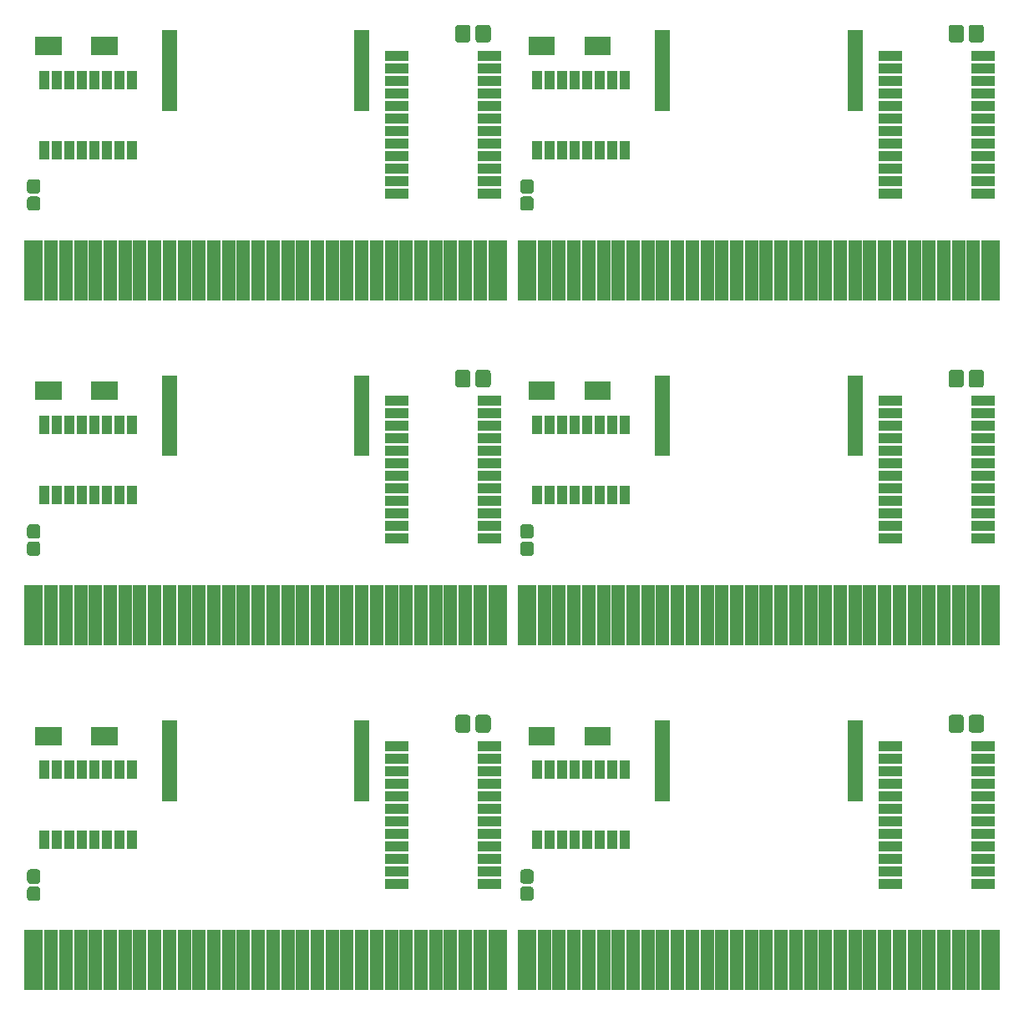
<source format=gts>
G04 #@! TF.GenerationSoftware,KiCad,Pcbnew,(5.0.0)*
G04 #@! TF.CreationDate,2018-11-07T01:06:06+09:00*
G04 #@! TF.ProjectId,mbc1cartridge_test,6D6263316361727472696467655F7465,rev?*
G04 #@! TF.SameCoordinates,Original*
G04 #@! TF.FileFunction,Soldermask,Top*
G04 #@! TF.FilePolarity,Negative*
%FSLAX46Y46*%
G04 Gerber Fmt 4.6, Leading zero omitted, Abs format (unit mm)*
G04 Created by KiCad (PCBNEW (5.0.0)) date 11/07/18 01:06:06*
%MOMM*%
%LPD*%
G01*
G04 APERTURE LIST*
%ADD10R,2.400000X1.000000*%
%ADD11R,1.500000X0.650000*%
%ADD12R,1.000000X1.900000*%
%ADD13C,0.100000*%
%ADD14C,1.350000*%
%ADD15R,1.400000X1.900000*%
%ADD16R,1.900000X6.200000*%
%ADD17R,1.400000X6.200000*%
%ADD18C,1.550000*%
G04 APERTURE END LIST*
D10*
G04 #@! TO.C,U2*
X157700000Y-54015000D03*
X157700000Y-55285000D03*
X157700000Y-56555000D03*
X157700000Y-57825000D03*
X157700000Y-59095000D03*
X157700000Y-60365000D03*
X157700000Y-61635000D03*
X157700000Y-62905000D03*
X157700000Y-64175000D03*
X157700000Y-65445000D03*
X157700000Y-66715000D03*
X157700000Y-67985000D03*
X148300000Y-67985000D03*
X148300000Y-66715000D03*
X148300000Y-65445000D03*
X148300000Y-64175000D03*
X148300000Y-62905000D03*
X148300000Y-61635000D03*
X148300000Y-60365000D03*
X148300000Y-59095000D03*
X148300000Y-57825000D03*
X148300000Y-56555000D03*
X148300000Y-55285000D03*
X148300000Y-54015000D03*
G04 #@! TD*
D11*
G04 #@! TO.C,U1*
X144750000Y-51750000D03*
X144750000Y-52250000D03*
X144750000Y-52750000D03*
X144750000Y-53250000D03*
X144750000Y-53750000D03*
X144750000Y-54250000D03*
X144750000Y-54750000D03*
X144750000Y-55250000D03*
X144750000Y-55750000D03*
X144750000Y-56250000D03*
X144750000Y-56750000D03*
X144750000Y-57250000D03*
X144750000Y-57750000D03*
X144750000Y-58250000D03*
X144750000Y-58750000D03*
X125250000Y-59250000D03*
X125250000Y-58750000D03*
X125250000Y-58250000D03*
X125250000Y-57750000D03*
X125250000Y-57250000D03*
X125250000Y-56750000D03*
X125250000Y-56250000D03*
X125250000Y-55750000D03*
X125250000Y-55250000D03*
X125250000Y-54750000D03*
X125250000Y-54250000D03*
X125250000Y-53750000D03*
X125250000Y-53250000D03*
X125250000Y-52750000D03*
X125250000Y-52250000D03*
X144750000Y-59250000D03*
X125250000Y-51750000D03*
G04 #@! TD*
D12*
G04 #@! TO.C,SW1*
X112555000Y-56450000D03*
X113825000Y-56450000D03*
X115095000Y-56450000D03*
X116365000Y-56450000D03*
X117635000Y-56450000D03*
X118905000Y-56450000D03*
X120175000Y-56450000D03*
X121445000Y-56450000D03*
X121445000Y-63550000D03*
X120175000Y-63550000D03*
X118905000Y-63550000D03*
X117635000Y-63550000D03*
X116365000Y-63550000D03*
X115095000Y-63550000D03*
X113825000Y-63550000D03*
X112555000Y-63550000D03*
G04 #@! TD*
D13*
G04 #@! TO.C,R1*
G36*
X111870581Y-68276625D02*
X111903343Y-68281485D01*
X111935471Y-68289533D01*
X111966656Y-68300691D01*
X111996596Y-68314852D01*
X112025005Y-68331879D01*
X112051608Y-68351609D01*
X112076149Y-68373851D01*
X112098391Y-68398392D01*
X112118121Y-68424995D01*
X112135148Y-68453404D01*
X112149309Y-68483344D01*
X112160467Y-68514529D01*
X112168515Y-68546657D01*
X112173375Y-68579419D01*
X112175000Y-68612500D01*
X112175000Y-69387500D01*
X112173375Y-69420581D01*
X112168515Y-69453343D01*
X112160467Y-69485471D01*
X112149309Y-69516656D01*
X112135148Y-69546596D01*
X112118121Y-69575005D01*
X112098391Y-69601608D01*
X112076149Y-69626149D01*
X112051608Y-69648391D01*
X112025005Y-69668121D01*
X111996596Y-69685148D01*
X111966656Y-69699309D01*
X111935471Y-69710467D01*
X111903343Y-69718515D01*
X111870581Y-69723375D01*
X111837500Y-69725000D01*
X111162500Y-69725000D01*
X111129419Y-69723375D01*
X111096657Y-69718515D01*
X111064529Y-69710467D01*
X111033344Y-69699309D01*
X111003404Y-69685148D01*
X110974995Y-69668121D01*
X110948392Y-69648391D01*
X110923851Y-69626149D01*
X110901609Y-69601608D01*
X110881879Y-69575005D01*
X110864852Y-69546596D01*
X110850691Y-69516656D01*
X110839533Y-69485471D01*
X110831485Y-69453343D01*
X110826625Y-69420581D01*
X110825000Y-69387500D01*
X110825000Y-68612500D01*
X110826625Y-68579419D01*
X110831485Y-68546657D01*
X110839533Y-68514529D01*
X110850691Y-68483344D01*
X110864852Y-68453404D01*
X110881879Y-68424995D01*
X110901609Y-68398392D01*
X110923851Y-68373851D01*
X110948392Y-68351609D01*
X110974995Y-68331879D01*
X111003404Y-68314852D01*
X111033344Y-68300691D01*
X111064529Y-68289533D01*
X111096657Y-68281485D01*
X111129419Y-68276625D01*
X111162500Y-68275000D01*
X111837500Y-68275000D01*
X111870581Y-68276625D01*
X111870581Y-68276625D01*
G37*
D14*
X111500000Y-69000000D03*
D13*
G36*
X111870581Y-66526625D02*
X111903343Y-66531485D01*
X111935471Y-66539533D01*
X111966656Y-66550691D01*
X111996596Y-66564852D01*
X112025005Y-66581879D01*
X112051608Y-66601609D01*
X112076149Y-66623851D01*
X112098391Y-66648392D01*
X112118121Y-66674995D01*
X112135148Y-66703404D01*
X112149309Y-66733344D01*
X112160467Y-66764529D01*
X112168515Y-66796657D01*
X112173375Y-66829419D01*
X112175000Y-66862500D01*
X112175000Y-67637500D01*
X112173375Y-67670581D01*
X112168515Y-67703343D01*
X112160467Y-67735471D01*
X112149309Y-67766656D01*
X112135148Y-67796596D01*
X112118121Y-67825005D01*
X112098391Y-67851608D01*
X112076149Y-67876149D01*
X112051608Y-67898391D01*
X112025005Y-67918121D01*
X111996596Y-67935148D01*
X111966656Y-67949309D01*
X111935471Y-67960467D01*
X111903343Y-67968515D01*
X111870581Y-67973375D01*
X111837500Y-67975000D01*
X111162500Y-67975000D01*
X111129419Y-67973375D01*
X111096657Y-67968515D01*
X111064529Y-67960467D01*
X111033344Y-67949309D01*
X111003404Y-67935148D01*
X110974995Y-67918121D01*
X110948392Y-67898391D01*
X110923851Y-67876149D01*
X110901609Y-67851608D01*
X110881879Y-67825005D01*
X110864852Y-67796596D01*
X110850691Y-67766656D01*
X110839533Y-67735471D01*
X110831485Y-67703343D01*
X110826625Y-67670581D01*
X110825000Y-67637500D01*
X110825000Y-66862500D01*
X110826625Y-66829419D01*
X110831485Y-66796657D01*
X110839533Y-66764529D01*
X110850691Y-66733344D01*
X110864852Y-66703404D01*
X110881879Y-66674995D01*
X110901609Y-66648392D01*
X110923851Y-66623851D01*
X110948392Y-66601609D01*
X110974995Y-66581879D01*
X111003404Y-66564852D01*
X111033344Y-66550691D01*
X111064529Y-66539533D01*
X111096657Y-66531485D01*
X111129419Y-66526625D01*
X111162500Y-66525000D01*
X111837500Y-66525000D01*
X111870581Y-66526625D01*
X111870581Y-66526625D01*
G37*
D14*
X111500000Y-67250000D03*
G04 #@! TD*
D15*
G04 #@! TO.C,JP1*
X112350000Y-53000000D03*
X113650000Y-53000000D03*
G04 #@! TD*
D16*
G04 #@! TO.C,J1*
X158500000Y-75750000D03*
D17*
X156750000Y-75750000D03*
X155250000Y-75750000D03*
X153750000Y-75750000D03*
X152250000Y-75750000D03*
X150750000Y-75750000D03*
X149250000Y-75750000D03*
X147750000Y-75750000D03*
X146250000Y-75750000D03*
X144750000Y-75750000D03*
X143250000Y-75750000D03*
X141750000Y-75750000D03*
X140250000Y-75750000D03*
X138750000Y-75750000D03*
X137250000Y-75750000D03*
X135750000Y-75750000D03*
X134250000Y-75750000D03*
X132750000Y-75750000D03*
X131250000Y-75750000D03*
X129750000Y-75750000D03*
X128250000Y-75750000D03*
X126750000Y-75750000D03*
X125250000Y-75750000D03*
X123750000Y-75750000D03*
X122250000Y-75750000D03*
X120750000Y-75750000D03*
X119250000Y-75750000D03*
X117750000Y-75750000D03*
X116250000Y-75750000D03*
X114750000Y-75750000D03*
X113250000Y-75750000D03*
D16*
X111500000Y-75750000D03*
G04 #@! TD*
D13*
G04 #@! TO.C,C1*
G36*
X155471071Y-50851623D02*
X155503781Y-50856475D01*
X155535857Y-50864509D01*
X155566991Y-50875649D01*
X155596884Y-50889787D01*
X155625247Y-50906787D01*
X155651807Y-50926485D01*
X155676308Y-50948692D01*
X155698515Y-50973193D01*
X155718213Y-50999753D01*
X155735213Y-51028116D01*
X155749351Y-51058009D01*
X155760491Y-51089143D01*
X155768525Y-51121219D01*
X155773377Y-51153929D01*
X155775000Y-51186956D01*
X155775000Y-52313044D01*
X155773377Y-52346071D01*
X155768525Y-52378781D01*
X155760491Y-52410857D01*
X155749351Y-52441991D01*
X155735213Y-52471884D01*
X155718213Y-52500247D01*
X155698515Y-52526807D01*
X155676308Y-52551308D01*
X155651807Y-52573515D01*
X155625247Y-52593213D01*
X155596884Y-52610213D01*
X155566991Y-52624351D01*
X155535857Y-52635491D01*
X155503781Y-52643525D01*
X155471071Y-52648377D01*
X155438044Y-52650000D01*
X154561956Y-52650000D01*
X154528929Y-52648377D01*
X154496219Y-52643525D01*
X154464143Y-52635491D01*
X154433009Y-52624351D01*
X154403116Y-52610213D01*
X154374753Y-52593213D01*
X154348193Y-52573515D01*
X154323692Y-52551308D01*
X154301485Y-52526807D01*
X154281787Y-52500247D01*
X154264787Y-52471884D01*
X154250649Y-52441991D01*
X154239509Y-52410857D01*
X154231475Y-52378781D01*
X154226623Y-52346071D01*
X154225000Y-52313044D01*
X154225000Y-51186956D01*
X154226623Y-51153929D01*
X154231475Y-51121219D01*
X154239509Y-51089143D01*
X154250649Y-51058009D01*
X154264787Y-51028116D01*
X154281787Y-50999753D01*
X154301485Y-50973193D01*
X154323692Y-50948692D01*
X154348193Y-50926485D01*
X154374753Y-50906787D01*
X154403116Y-50889787D01*
X154433009Y-50875649D01*
X154464143Y-50864509D01*
X154496219Y-50856475D01*
X154528929Y-50851623D01*
X154561956Y-50850000D01*
X155438044Y-50850000D01*
X155471071Y-50851623D01*
X155471071Y-50851623D01*
G37*
D18*
X155000000Y-51750000D03*
D13*
G36*
X157521071Y-50851623D02*
X157553781Y-50856475D01*
X157585857Y-50864509D01*
X157616991Y-50875649D01*
X157646884Y-50889787D01*
X157675247Y-50906787D01*
X157701807Y-50926485D01*
X157726308Y-50948692D01*
X157748515Y-50973193D01*
X157768213Y-50999753D01*
X157785213Y-51028116D01*
X157799351Y-51058009D01*
X157810491Y-51089143D01*
X157818525Y-51121219D01*
X157823377Y-51153929D01*
X157825000Y-51186956D01*
X157825000Y-52313044D01*
X157823377Y-52346071D01*
X157818525Y-52378781D01*
X157810491Y-52410857D01*
X157799351Y-52441991D01*
X157785213Y-52471884D01*
X157768213Y-52500247D01*
X157748515Y-52526807D01*
X157726308Y-52551308D01*
X157701807Y-52573515D01*
X157675247Y-52593213D01*
X157646884Y-52610213D01*
X157616991Y-52624351D01*
X157585857Y-52635491D01*
X157553781Y-52643525D01*
X157521071Y-52648377D01*
X157488044Y-52650000D01*
X156611956Y-52650000D01*
X156578929Y-52648377D01*
X156546219Y-52643525D01*
X156514143Y-52635491D01*
X156483009Y-52624351D01*
X156453116Y-52610213D01*
X156424753Y-52593213D01*
X156398193Y-52573515D01*
X156373692Y-52551308D01*
X156351485Y-52526807D01*
X156331787Y-52500247D01*
X156314787Y-52471884D01*
X156300649Y-52441991D01*
X156289509Y-52410857D01*
X156281475Y-52378781D01*
X156276623Y-52346071D01*
X156275000Y-52313044D01*
X156275000Y-51186956D01*
X156276623Y-51153929D01*
X156281475Y-51121219D01*
X156289509Y-51089143D01*
X156300649Y-51058009D01*
X156314787Y-51028116D01*
X156331787Y-50999753D01*
X156351485Y-50973193D01*
X156373692Y-50948692D01*
X156398193Y-50926485D01*
X156424753Y-50906787D01*
X156453116Y-50889787D01*
X156483009Y-50875649D01*
X156514143Y-50864509D01*
X156546219Y-50856475D01*
X156578929Y-50851623D01*
X156611956Y-50850000D01*
X157488044Y-50850000D01*
X157521071Y-50851623D01*
X157521071Y-50851623D01*
G37*
D18*
X157050000Y-51750000D03*
G04 #@! TD*
D15*
G04 #@! TO.C,JP2*
X119300000Y-53000000D03*
X118000000Y-53000000D03*
G04 #@! TD*
D10*
G04 #@! TO.C,U2*
X157700000Y-89015000D03*
X157700000Y-90285000D03*
X157700000Y-91555000D03*
X157700000Y-92825000D03*
X157700000Y-94095000D03*
X157700000Y-95365000D03*
X157700000Y-96635000D03*
X157700000Y-97905000D03*
X157700000Y-99175000D03*
X157700000Y-100445000D03*
X157700000Y-101715000D03*
X157700000Y-102985000D03*
X148300000Y-102985000D03*
X148300000Y-101715000D03*
X148300000Y-100445000D03*
X148300000Y-99175000D03*
X148300000Y-97905000D03*
X148300000Y-96635000D03*
X148300000Y-95365000D03*
X148300000Y-94095000D03*
X148300000Y-92825000D03*
X148300000Y-91555000D03*
X148300000Y-90285000D03*
X148300000Y-89015000D03*
G04 #@! TD*
D11*
G04 #@! TO.C,U1*
X144750000Y-86750000D03*
X144750000Y-87250000D03*
X144750000Y-87750000D03*
X144750000Y-88250000D03*
X144750000Y-88750000D03*
X144750000Y-89250000D03*
X144750000Y-89750000D03*
X144750000Y-90250000D03*
X144750000Y-90750000D03*
X144750000Y-91250000D03*
X144750000Y-91750000D03*
X144750000Y-92250000D03*
X144750000Y-92750000D03*
X144750000Y-93250000D03*
X144750000Y-93750000D03*
X125250000Y-94250000D03*
X125250000Y-93750000D03*
X125250000Y-93250000D03*
X125250000Y-92750000D03*
X125250000Y-92250000D03*
X125250000Y-91750000D03*
X125250000Y-91250000D03*
X125250000Y-90750000D03*
X125250000Y-90250000D03*
X125250000Y-89750000D03*
X125250000Y-89250000D03*
X125250000Y-88750000D03*
X125250000Y-88250000D03*
X125250000Y-87750000D03*
X125250000Y-87250000D03*
X144750000Y-94250000D03*
X125250000Y-86750000D03*
G04 #@! TD*
D12*
G04 #@! TO.C,SW1*
X112555000Y-91450000D03*
X113825000Y-91450000D03*
X115095000Y-91450000D03*
X116365000Y-91450000D03*
X117635000Y-91450000D03*
X118905000Y-91450000D03*
X120175000Y-91450000D03*
X121445000Y-91450000D03*
X121445000Y-98550000D03*
X120175000Y-98550000D03*
X118905000Y-98550000D03*
X117635000Y-98550000D03*
X116365000Y-98550000D03*
X115095000Y-98550000D03*
X113825000Y-98550000D03*
X112555000Y-98550000D03*
G04 #@! TD*
D13*
G04 #@! TO.C,R1*
G36*
X111870581Y-103276625D02*
X111903343Y-103281485D01*
X111935471Y-103289533D01*
X111966656Y-103300691D01*
X111996596Y-103314852D01*
X112025005Y-103331879D01*
X112051608Y-103351609D01*
X112076149Y-103373851D01*
X112098391Y-103398392D01*
X112118121Y-103424995D01*
X112135148Y-103453404D01*
X112149309Y-103483344D01*
X112160467Y-103514529D01*
X112168515Y-103546657D01*
X112173375Y-103579419D01*
X112175000Y-103612500D01*
X112175000Y-104387500D01*
X112173375Y-104420581D01*
X112168515Y-104453343D01*
X112160467Y-104485471D01*
X112149309Y-104516656D01*
X112135148Y-104546596D01*
X112118121Y-104575005D01*
X112098391Y-104601608D01*
X112076149Y-104626149D01*
X112051608Y-104648391D01*
X112025005Y-104668121D01*
X111996596Y-104685148D01*
X111966656Y-104699309D01*
X111935471Y-104710467D01*
X111903343Y-104718515D01*
X111870581Y-104723375D01*
X111837500Y-104725000D01*
X111162500Y-104725000D01*
X111129419Y-104723375D01*
X111096657Y-104718515D01*
X111064529Y-104710467D01*
X111033344Y-104699309D01*
X111003404Y-104685148D01*
X110974995Y-104668121D01*
X110948392Y-104648391D01*
X110923851Y-104626149D01*
X110901609Y-104601608D01*
X110881879Y-104575005D01*
X110864852Y-104546596D01*
X110850691Y-104516656D01*
X110839533Y-104485471D01*
X110831485Y-104453343D01*
X110826625Y-104420581D01*
X110825000Y-104387500D01*
X110825000Y-103612500D01*
X110826625Y-103579419D01*
X110831485Y-103546657D01*
X110839533Y-103514529D01*
X110850691Y-103483344D01*
X110864852Y-103453404D01*
X110881879Y-103424995D01*
X110901609Y-103398392D01*
X110923851Y-103373851D01*
X110948392Y-103351609D01*
X110974995Y-103331879D01*
X111003404Y-103314852D01*
X111033344Y-103300691D01*
X111064529Y-103289533D01*
X111096657Y-103281485D01*
X111129419Y-103276625D01*
X111162500Y-103275000D01*
X111837500Y-103275000D01*
X111870581Y-103276625D01*
X111870581Y-103276625D01*
G37*
D14*
X111500000Y-104000000D03*
D13*
G36*
X111870581Y-101526625D02*
X111903343Y-101531485D01*
X111935471Y-101539533D01*
X111966656Y-101550691D01*
X111996596Y-101564852D01*
X112025005Y-101581879D01*
X112051608Y-101601609D01*
X112076149Y-101623851D01*
X112098391Y-101648392D01*
X112118121Y-101674995D01*
X112135148Y-101703404D01*
X112149309Y-101733344D01*
X112160467Y-101764529D01*
X112168515Y-101796657D01*
X112173375Y-101829419D01*
X112175000Y-101862500D01*
X112175000Y-102637500D01*
X112173375Y-102670581D01*
X112168515Y-102703343D01*
X112160467Y-102735471D01*
X112149309Y-102766656D01*
X112135148Y-102796596D01*
X112118121Y-102825005D01*
X112098391Y-102851608D01*
X112076149Y-102876149D01*
X112051608Y-102898391D01*
X112025005Y-102918121D01*
X111996596Y-102935148D01*
X111966656Y-102949309D01*
X111935471Y-102960467D01*
X111903343Y-102968515D01*
X111870581Y-102973375D01*
X111837500Y-102975000D01*
X111162500Y-102975000D01*
X111129419Y-102973375D01*
X111096657Y-102968515D01*
X111064529Y-102960467D01*
X111033344Y-102949309D01*
X111003404Y-102935148D01*
X110974995Y-102918121D01*
X110948392Y-102898391D01*
X110923851Y-102876149D01*
X110901609Y-102851608D01*
X110881879Y-102825005D01*
X110864852Y-102796596D01*
X110850691Y-102766656D01*
X110839533Y-102735471D01*
X110831485Y-102703343D01*
X110826625Y-102670581D01*
X110825000Y-102637500D01*
X110825000Y-101862500D01*
X110826625Y-101829419D01*
X110831485Y-101796657D01*
X110839533Y-101764529D01*
X110850691Y-101733344D01*
X110864852Y-101703404D01*
X110881879Y-101674995D01*
X110901609Y-101648392D01*
X110923851Y-101623851D01*
X110948392Y-101601609D01*
X110974995Y-101581879D01*
X111003404Y-101564852D01*
X111033344Y-101550691D01*
X111064529Y-101539533D01*
X111096657Y-101531485D01*
X111129419Y-101526625D01*
X111162500Y-101525000D01*
X111837500Y-101525000D01*
X111870581Y-101526625D01*
X111870581Y-101526625D01*
G37*
D14*
X111500000Y-102250000D03*
G04 #@! TD*
D15*
G04 #@! TO.C,JP1*
X112350000Y-88000000D03*
X113650000Y-88000000D03*
G04 #@! TD*
D16*
G04 #@! TO.C,J1*
X158500000Y-110750000D03*
D17*
X156750000Y-110750000D03*
X155250000Y-110750000D03*
X153750000Y-110750000D03*
X152250000Y-110750000D03*
X150750000Y-110750000D03*
X149250000Y-110750000D03*
X147750000Y-110750000D03*
X146250000Y-110750000D03*
X144750000Y-110750000D03*
X143250000Y-110750000D03*
X141750000Y-110750000D03*
X140250000Y-110750000D03*
X138750000Y-110750000D03*
X137250000Y-110750000D03*
X135750000Y-110750000D03*
X134250000Y-110750000D03*
X132750000Y-110750000D03*
X131250000Y-110750000D03*
X129750000Y-110750000D03*
X128250000Y-110750000D03*
X126750000Y-110750000D03*
X125250000Y-110750000D03*
X123750000Y-110750000D03*
X122250000Y-110750000D03*
X120750000Y-110750000D03*
X119250000Y-110750000D03*
X117750000Y-110750000D03*
X116250000Y-110750000D03*
X114750000Y-110750000D03*
X113250000Y-110750000D03*
D16*
X111500000Y-110750000D03*
G04 #@! TD*
D13*
G04 #@! TO.C,C1*
G36*
X155471071Y-85851623D02*
X155503781Y-85856475D01*
X155535857Y-85864509D01*
X155566991Y-85875649D01*
X155596884Y-85889787D01*
X155625247Y-85906787D01*
X155651807Y-85926485D01*
X155676308Y-85948692D01*
X155698515Y-85973193D01*
X155718213Y-85999753D01*
X155735213Y-86028116D01*
X155749351Y-86058009D01*
X155760491Y-86089143D01*
X155768525Y-86121219D01*
X155773377Y-86153929D01*
X155775000Y-86186956D01*
X155775000Y-87313044D01*
X155773377Y-87346071D01*
X155768525Y-87378781D01*
X155760491Y-87410857D01*
X155749351Y-87441991D01*
X155735213Y-87471884D01*
X155718213Y-87500247D01*
X155698515Y-87526807D01*
X155676308Y-87551308D01*
X155651807Y-87573515D01*
X155625247Y-87593213D01*
X155596884Y-87610213D01*
X155566991Y-87624351D01*
X155535857Y-87635491D01*
X155503781Y-87643525D01*
X155471071Y-87648377D01*
X155438044Y-87650000D01*
X154561956Y-87650000D01*
X154528929Y-87648377D01*
X154496219Y-87643525D01*
X154464143Y-87635491D01*
X154433009Y-87624351D01*
X154403116Y-87610213D01*
X154374753Y-87593213D01*
X154348193Y-87573515D01*
X154323692Y-87551308D01*
X154301485Y-87526807D01*
X154281787Y-87500247D01*
X154264787Y-87471884D01*
X154250649Y-87441991D01*
X154239509Y-87410857D01*
X154231475Y-87378781D01*
X154226623Y-87346071D01*
X154225000Y-87313044D01*
X154225000Y-86186956D01*
X154226623Y-86153929D01*
X154231475Y-86121219D01*
X154239509Y-86089143D01*
X154250649Y-86058009D01*
X154264787Y-86028116D01*
X154281787Y-85999753D01*
X154301485Y-85973193D01*
X154323692Y-85948692D01*
X154348193Y-85926485D01*
X154374753Y-85906787D01*
X154403116Y-85889787D01*
X154433009Y-85875649D01*
X154464143Y-85864509D01*
X154496219Y-85856475D01*
X154528929Y-85851623D01*
X154561956Y-85850000D01*
X155438044Y-85850000D01*
X155471071Y-85851623D01*
X155471071Y-85851623D01*
G37*
D18*
X155000000Y-86750000D03*
D13*
G36*
X157521071Y-85851623D02*
X157553781Y-85856475D01*
X157585857Y-85864509D01*
X157616991Y-85875649D01*
X157646884Y-85889787D01*
X157675247Y-85906787D01*
X157701807Y-85926485D01*
X157726308Y-85948692D01*
X157748515Y-85973193D01*
X157768213Y-85999753D01*
X157785213Y-86028116D01*
X157799351Y-86058009D01*
X157810491Y-86089143D01*
X157818525Y-86121219D01*
X157823377Y-86153929D01*
X157825000Y-86186956D01*
X157825000Y-87313044D01*
X157823377Y-87346071D01*
X157818525Y-87378781D01*
X157810491Y-87410857D01*
X157799351Y-87441991D01*
X157785213Y-87471884D01*
X157768213Y-87500247D01*
X157748515Y-87526807D01*
X157726308Y-87551308D01*
X157701807Y-87573515D01*
X157675247Y-87593213D01*
X157646884Y-87610213D01*
X157616991Y-87624351D01*
X157585857Y-87635491D01*
X157553781Y-87643525D01*
X157521071Y-87648377D01*
X157488044Y-87650000D01*
X156611956Y-87650000D01*
X156578929Y-87648377D01*
X156546219Y-87643525D01*
X156514143Y-87635491D01*
X156483009Y-87624351D01*
X156453116Y-87610213D01*
X156424753Y-87593213D01*
X156398193Y-87573515D01*
X156373692Y-87551308D01*
X156351485Y-87526807D01*
X156331787Y-87500247D01*
X156314787Y-87471884D01*
X156300649Y-87441991D01*
X156289509Y-87410857D01*
X156281475Y-87378781D01*
X156276623Y-87346071D01*
X156275000Y-87313044D01*
X156275000Y-86186956D01*
X156276623Y-86153929D01*
X156281475Y-86121219D01*
X156289509Y-86089143D01*
X156300649Y-86058009D01*
X156314787Y-86028116D01*
X156331787Y-85999753D01*
X156351485Y-85973193D01*
X156373692Y-85948692D01*
X156398193Y-85926485D01*
X156424753Y-85906787D01*
X156453116Y-85889787D01*
X156483009Y-85875649D01*
X156514143Y-85864509D01*
X156546219Y-85856475D01*
X156578929Y-85851623D01*
X156611956Y-85850000D01*
X157488044Y-85850000D01*
X157521071Y-85851623D01*
X157521071Y-85851623D01*
G37*
D18*
X157050000Y-86750000D03*
G04 #@! TD*
D15*
G04 #@! TO.C,JP2*
X119300000Y-88000000D03*
X118000000Y-88000000D03*
G04 #@! TD*
D10*
G04 #@! TO.C,U2*
X157700000Y-124015000D03*
X157700000Y-125285000D03*
X157700000Y-126555000D03*
X157700000Y-127825000D03*
X157700000Y-129095000D03*
X157700000Y-130365000D03*
X157700000Y-131635000D03*
X157700000Y-132905000D03*
X157700000Y-134175000D03*
X157700000Y-135445000D03*
X157700000Y-136715000D03*
X157700000Y-137985000D03*
X148300000Y-137985000D03*
X148300000Y-136715000D03*
X148300000Y-135445000D03*
X148300000Y-134175000D03*
X148300000Y-132905000D03*
X148300000Y-131635000D03*
X148300000Y-130365000D03*
X148300000Y-129095000D03*
X148300000Y-127825000D03*
X148300000Y-126555000D03*
X148300000Y-125285000D03*
X148300000Y-124015000D03*
G04 #@! TD*
D11*
G04 #@! TO.C,U1*
X144750000Y-121750000D03*
X144750000Y-122250000D03*
X144750000Y-122750000D03*
X144750000Y-123250000D03*
X144750000Y-123750000D03*
X144750000Y-124250000D03*
X144750000Y-124750000D03*
X144750000Y-125250000D03*
X144750000Y-125750000D03*
X144750000Y-126250000D03*
X144750000Y-126750000D03*
X144750000Y-127250000D03*
X144750000Y-127750000D03*
X144750000Y-128250000D03*
X144750000Y-128750000D03*
X125250000Y-129250000D03*
X125250000Y-128750000D03*
X125250000Y-128250000D03*
X125250000Y-127750000D03*
X125250000Y-127250000D03*
X125250000Y-126750000D03*
X125250000Y-126250000D03*
X125250000Y-125750000D03*
X125250000Y-125250000D03*
X125250000Y-124750000D03*
X125250000Y-124250000D03*
X125250000Y-123750000D03*
X125250000Y-123250000D03*
X125250000Y-122750000D03*
X125250000Y-122250000D03*
X144750000Y-129250000D03*
X125250000Y-121750000D03*
G04 #@! TD*
D12*
G04 #@! TO.C,SW1*
X112555000Y-126450000D03*
X113825000Y-126450000D03*
X115095000Y-126450000D03*
X116365000Y-126450000D03*
X117635000Y-126450000D03*
X118905000Y-126450000D03*
X120175000Y-126450000D03*
X121445000Y-126450000D03*
X121445000Y-133550000D03*
X120175000Y-133550000D03*
X118905000Y-133550000D03*
X117635000Y-133550000D03*
X116365000Y-133550000D03*
X115095000Y-133550000D03*
X113825000Y-133550000D03*
X112555000Y-133550000D03*
G04 #@! TD*
D13*
G04 #@! TO.C,R1*
G36*
X111870581Y-138276625D02*
X111903343Y-138281485D01*
X111935471Y-138289533D01*
X111966656Y-138300691D01*
X111996596Y-138314852D01*
X112025005Y-138331879D01*
X112051608Y-138351609D01*
X112076149Y-138373851D01*
X112098391Y-138398392D01*
X112118121Y-138424995D01*
X112135148Y-138453404D01*
X112149309Y-138483344D01*
X112160467Y-138514529D01*
X112168515Y-138546657D01*
X112173375Y-138579419D01*
X112175000Y-138612500D01*
X112175000Y-139387500D01*
X112173375Y-139420581D01*
X112168515Y-139453343D01*
X112160467Y-139485471D01*
X112149309Y-139516656D01*
X112135148Y-139546596D01*
X112118121Y-139575005D01*
X112098391Y-139601608D01*
X112076149Y-139626149D01*
X112051608Y-139648391D01*
X112025005Y-139668121D01*
X111996596Y-139685148D01*
X111966656Y-139699309D01*
X111935471Y-139710467D01*
X111903343Y-139718515D01*
X111870581Y-139723375D01*
X111837500Y-139725000D01*
X111162500Y-139725000D01*
X111129419Y-139723375D01*
X111096657Y-139718515D01*
X111064529Y-139710467D01*
X111033344Y-139699309D01*
X111003404Y-139685148D01*
X110974995Y-139668121D01*
X110948392Y-139648391D01*
X110923851Y-139626149D01*
X110901609Y-139601608D01*
X110881879Y-139575005D01*
X110864852Y-139546596D01*
X110850691Y-139516656D01*
X110839533Y-139485471D01*
X110831485Y-139453343D01*
X110826625Y-139420581D01*
X110825000Y-139387500D01*
X110825000Y-138612500D01*
X110826625Y-138579419D01*
X110831485Y-138546657D01*
X110839533Y-138514529D01*
X110850691Y-138483344D01*
X110864852Y-138453404D01*
X110881879Y-138424995D01*
X110901609Y-138398392D01*
X110923851Y-138373851D01*
X110948392Y-138351609D01*
X110974995Y-138331879D01*
X111003404Y-138314852D01*
X111033344Y-138300691D01*
X111064529Y-138289533D01*
X111096657Y-138281485D01*
X111129419Y-138276625D01*
X111162500Y-138275000D01*
X111837500Y-138275000D01*
X111870581Y-138276625D01*
X111870581Y-138276625D01*
G37*
D14*
X111500000Y-139000000D03*
D13*
G36*
X111870581Y-136526625D02*
X111903343Y-136531485D01*
X111935471Y-136539533D01*
X111966656Y-136550691D01*
X111996596Y-136564852D01*
X112025005Y-136581879D01*
X112051608Y-136601609D01*
X112076149Y-136623851D01*
X112098391Y-136648392D01*
X112118121Y-136674995D01*
X112135148Y-136703404D01*
X112149309Y-136733344D01*
X112160467Y-136764529D01*
X112168515Y-136796657D01*
X112173375Y-136829419D01*
X112175000Y-136862500D01*
X112175000Y-137637500D01*
X112173375Y-137670581D01*
X112168515Y-137703343D01*
X112160467Y-137735471D01*
X112149309Y-137766656D01*
X112135148Y-137796596D01*
X112118121Y-137825005D01*
X112098391Y-137851608D01*
X112076149Y-137876149D01*
X112051608Y-137898391D01*
X112025005Y-137918121D01*
X111996596Y-137935148D01*
X111966656Y-137949309D01*
X111935471Y-137960467D01*
X111903343Y-137968515D01*
X111870581Y-137973375D01*
X111837500Y-137975000D01*
X111162500Y-137975000D01*
X111129419Y-137973375D01*
X111096657Y-137968515D01*
X111064529Y-137960467D01*
X111033344Y-137949309D01*
X111003404Y-137935148D01*
X110974995Y-137918121D01*
X110948392Y-137898391D01*
X110923851Y-137876149D01*
X110901609Y-137851608D01*
X110881879Y-137825005D01*
X110864852Y-137796596D01*
X110850691Y-137766656D01*
X110839533Y-137735471D01*
X110831485Y-137703343D01*
X110826625Y-137670581D01*
X110825000Y-137637500D01*
X110825000Y-136862500D01*
X110826625Y-136829419D01*
X110831485Y-136796657D01*
X110839533Y-136764529D01*
X110850691Y-136733344D01*
X110864852Y-136703404D01*
X110881879Y-136674995D01*
X110901609Y-136648392D01*
X110923851Y-136623851D01*
X110948392Y-136601609D01*
X110974995Y-136581879D01*
X111003404Y-136564852D01*
X111033344Y-136550691D01*
X111064529Y-136539533D01*
X111096657Y-136531485D01*
X111129419Y-136526625D01*
X111162500Y-136525000D01*
X111837500Y-136525000D01*
X111870581Y-136526625D01*
X111870581Y-136526625D01*
G37*
D14*
X111500000Y-137250000D03*
G04 #@! TD*
D15*
G04 #@! TO.C,JP1*
X112350000Y-123000000D03*
X113650000Y-123000000D03*
G04 #@! TD*
D16*
G04 #@! TO.C,J1*
X158500000Y-145750000D03*
D17*
X156750000Y-145750000D03*
X155250000Y-145750000D03*
X153750000Y-145750000D03*
X152250000Y-145750000D03*
X150750000Y-145750000D03*
X149250000Y-145750000D03*
X147750000Y-145750000D03*
X146250000Y-145750000D03*
X144750000Y-145750000D03*
X143250000Y-145750000D03*
X141750000Y-145750000D03*
X140250000Y-145750000D03*
X138750000Y-145750000D03*
X137250000Y-145750000D03*
X135750000Y-145750000D03*
X134250000Y-145750000D03*
X132750000Y-145750000D03*
X131250000Y-145750000D03*
X129750000Y-145750000D03*
X128250000Y-145750000D03*
X126750000Y-145750000D03*
X125250000Y-145750000D03*
X123750000Y-145750000D03*
X122250000Y-145750000D03*
X120750000Y-145750000D03*
X119250000Y-145750000D03*
X117750000Y-145750000D03*
X116250000Y-145750000D03*
X114750000Y-145750000D03*
X113250000Y-145750000D03*
D16*
X111500000Y-145750000D03*
G04 #@! TD*
D13*
G04 #@! TO.C,C1*
G36*
X155471071Y-120851623D02*
X155503781Y-120856475D01*
X155535857Y-120864509D01*
X155566991Y-120875649D01*
X155596884Y-120889787D01*
X155625247Y-120906787D01*
X155651807Y-120926485D01*
X155676308Y-120948692D01*
X155698515Y-120973193D01*
X155718213Y-120999753D01*
X155735213Y-121028116D01*
X155749351Y-121058009D01*
X155760491Y-121089143D01*
X155768525Y-121121219D01*
X155773377Y-121153929D01*
X155775000Y-121186956D01*
X155775000Y-122313044D01*
X155773377Y-122346071D01*
X155768525Y-122378781D01*
X155760491Y-122410857D01*
X155749351Y-122441991D01*
X155735213Y-122471884D01*
X155718213Y-122500247D01*
X155698515Y-122526807D01*
X155676308Y-122551308D01*
X155651807Y-122573515D01*
X155625247Y-122593213D01*
X155596884Y-122610213D01*
X155566991Y-122624351D01*
X155535857Y-122635491D01*
X155503781Y-122643525D01*
X155471071Y-122648377D01*
X155438044Y-122650000D01*
X154561956Y-122650000D01*
X154528929Y-122648377D01*
X154496219Y-122643525D01*
X154464143Y-122635491D01*
X154433009Y-122624351D01*
X154403116Y-122610213D01*
X154374753Y-122593213D01*
X154348193Y-122573515D01*
X154323692Y-122551308D01*
X154301485Y-122526807D01*
X154281787Y-122500247D01*
X154264787Y-122471884D01*
X154250649Y-122441991D01*
X154239509Y-122410857D01*
X154231475Y-122378781D01*
X154226623Y-122346071D01*
X154225000Y-122313044D01*
X154225000Y-121186956D01*
X154226623Y-121153929D01*
X154231475Y-121121219D01*
X154239509Y-121089143D01*
X154250649Y-121058009D01*
X154264787Y-121028116D01*
X154281787Y-120999753D01*
X154301485Y-120973193D01*
X154323692Y-120948692D01*
X154348193Y-120926485D01*
X154374753Y-120906787D01*
X154403116Y-120889787D01*
X154433009Y-120875649D01*
X154464143Y-120864509D01*
X154496219Y-120856475D01*
X154528929Y-120851623D01*
X154561956Y-120850000D01*
X155438044Y-120850000D01*
X155471071Y-120851623D01*
X155471071Y-120851623D01*
G37*
D18*
X155000000Y-121750000D03*
D13*
G36*
X157521071Y-120851623D02*
X157553781Y-120856475D01*
X157585857Y-120864509D01*
X157616991Y-120875649D01*
X157646884Y-120889787D01*
X157675247Y-120906787D01*
X157701807Y-120926485D01*
X157726308Y-120948692D01*
X157748515Y-120973193D01*
X157768213Y-120999753D01*
X157785213Y-121028116D01*
X157799351Y-121058009D01*
X157810491Y-121089143D01*
X157818525Y-121121219D01*
X157823377Y-121153929D01*
X157825000Y-121186956D01*
X157825000Y-122313044D01*
X157823377Y-122346071D01*
X157818525Y-122378781D01*
X157810491Y-122410857D01*
X157799351Y-122441991D01*
X157785213Y-122471884D01*
X157768213Y-122500247D01*
X157748515Y-122526807D01*
X157726308Y-122551308D01*
X157701807Y-122573515D01*
X157675247Y-122593213D01*
X157646884Y-122610213D01*
X157616991Y-122624351D01*
X157585857Y-122635491D01*
X157553781Y-122643525D01*
X157521071Y-122648377D01*
X157488044Y-122650000D01*
X156611956Y-122650000D01*
X156578929Y-122648377D01*
X156546219Y-122643525D01*
X156514143Y-122635491D01*
X156483009Y-122624351D01*
X156453116Y-122610213D01*
X156424753Y-122593213D01*
X156398193Y-122573515D01*
X156373692Y-122551308D01*
X156351485Y-122526807D01*
X156331787Y-122500247D01*
X156314787Y-122471884D01*
X156300649Y-122441991D01*
X156289509Y-122410857D01*
X156281475Y-122378781D01*
X156276623Y-122346071D01*
X156275000Y-122313044D01*
X156275000Y-121186956D01*
X156276623Y-121153929D01*
X156281475Y-121121219D01*
X156289509Y-121089143D01*
X156300649Y-121058009D01*
X156314787Y-121028116D01*
X156331787Y-120999753D01*
X156351485Y-120973193D01*
X156373692Y-120948692D01*
X156398193Y-120926485D01*
X156424753Y-120906787D01*
X156453116Y-120889787D01*
X156483009Y-120875649D01*
X156514143Y-120864509D01*
X156546219Y-120856475D01*
X156578929Y-120851623D01*
X156611956Y-120850000D01*
X157488044Y-120850000D01*
X157521071Y-120851623D01*
X157521071Y-120851623D01*
G37*
D18*
X157050000Y-121750000D03*
G04 #@! TD*
D15*
G04 #@! TO.C,JP2*
X119300000Y-123000000D03*
X118000000Y-123000000D03*
G04 #@! TD*
D10*
G04 #@! TO.C,U2*
X107700000Y-54015000D03*
X107700000Y-55285000D03*
X107700000Y-56555000D03*
X107700000Y-57825000D03*
X107700000Y-59095000D03*
X107700000Y-60365000D03*
X107700000Y-61635000D03*
X107700000Y-62905000D03*
X107700000Y-64175000D03*
X107700000Y-65445000D03*
X107700000Y-66715000D03*
X107700000Y-67985000D03*
X98300000Y-67985000D03*
X98300000Y-66715000D03*
X98300000Y-65445000D03*
X98300000Y-64175000D03*
X98300000Y-62905000D03*
X98300000Y-61635000D03*
X98300000Y-60365000D03*
X98300000Y-59095000D03*
X98300000Y-57825000D03*
X98300000Y-56555000D03*
X98300000Y-55285000D03*
X98300000Y-54015000D03*
G04 #@! TD*
D11*
G04 #@! TO.C,U1*
X94750000Y-51750000D03*
X94750000Y-52250000D03*
X94750000Y-52750000D03*
X94750000Y-53250000D03*
X94750000Y-53750000D03*
X94750000Y-54250000D03*
X94750000Y-54750000D03*
X94750000Y-55250000D03*
X94750000Y-55750000D03*
X94750000Y-56250000D03*
X94750000Y-56750000D03*
X94750000Y-57250000D03*
X94750000Y-57750000D03*
X94750000Y-58250000D03*
X94750000Y-58750000D03*
X75250000Y-59250000D03*
X75250000Y-58750000D03*
X75250000Y-58250000D03*
X75250000Y-57750000D03*
X75250000Y-57250000D03*
X75250000Y-56750000D03*
X75250000Y-56250000D03*
X75250000Y-55750000D03*
X75250000Y-55250000D03*
X75250000Y-54750000D03*
X75250000Y-54250000D03*
X75250000Y-53750000D03*
X75250000Y-53250000D03*
X75250000Y-52750000D03*
X75250000Y-52250000D03*
X94750000Y-59250000D03*
X75250000Y-51750000D03*
G04 #@! TD*
D12*
G04 #@! TO.C,SW1*
X62555000Y-56450000D03*
X63825000Y-56450000D03*
X65095000Y-56450000D03*
X66365000Y-56450000D03*
X67635000Y-56450000D03*
X68905000Y-56450000D03*
X70175000Y-56450000D03*
X71445000Y-56450000D03*
X71445000Y-63550000D03*
X70175000Y-63550000D03*
X68905000Y-63550000D03*
X67635000Y-63550000D03*
X66365000Y-63550000D03*
X65095000Y-63550000D03*
X63825000Y-63550000D03*
X62555000Y-63550000D03*
G04 #@! TD*
D13*
G04 #@! TO.C,R1*
G36*
X61870581Y-68276625D02*
X61903343Y-68281485D01*
X61935471Y-68289533D01*
X61966656Y-68300691D01*
X61996596Y-68314852D01*
X62025005Y-68331879D01*
X62051608Y-68351609D01*
X62076149Y-68373851D01*
X62098391Y-68398392D01*
X62118121Y-68424995D01*
X62135148Y-68453404D01*
X62149309Y-68483344D01*
X62160467Y-68514529D01*
X62168515Y-68546657D01*
X62173375Y-68579419D01*
X62175000Y-68612500D01*
X62175000Y-69387500D01*
X62173375Y-69420581D01*
X62168515Y-69453343D01*
X62160467Y-69485471D01*
X62149309Y-69516656D01*
X62135148Y-69546596D01*
X62118121Y-69575005D01*
X62098391Y-69601608D01*
X62076149Y-69626149D01*
X62051608Y-69648391D01*
X62025005Y-69668121D01*
X61996596Y-69685148D01*
X61966656Y-69699309D01*
X61935471Y-69710467D01*
X61903343Y-69718515D01*
X61870581Y-69723375D01*
X61837500Y-69725000D01*
X61162500Y-69725000D01*
X61129419Y-69723375D01*
X61096657Y-69718515D01*
X61064529Y-69710467D01*
X61033344Y-69699309D01*
X61003404Y-69685148D01*
X60974995Y-69668121D01*
X60948392Y-69648391D01*
X60923851Y-69626149D01*
X60901609Y-69601608D01*
X60881879Y-69575005D01*
X60864852Y-69546596D01*
X60850691Y-69516656D01*
X60839533Y-69485471D01*
X60831485Y-69453343D01*
X60826625Y-69420581D01*
X60825000Y-69387500D01*
X60825000Y-68612500D01*
X60826625Y-68579419D01*
X60831485Y-68546657D01*
X60839533Y-68514529D01*
X60850691Y-68483344D01*
X60864852Y-68453404D01*
X60881879Y-68424995D01*
X60901609Y-68398392D01*
X60923851Y-68373851D01*
X60948392Y-68351609D01*
X60974995Y-68331879D01*
X61003404Y-68314852D01*
X61033344Y-68300691D01*
X61064529Y-68289533D01*
X61096657Y-68281485D01*
X61129419Y-68276625D01*
X61162500Y-68275000D01*
X61837500Y-68275000D01*
X61870581Y-68276625D01*
X61870581Y-68276625D01*
G37*
D14*
X61500000Y-69000000D03*
D13*
G36*
X61870581Y-66526625D02*
X61903343Y-66531485D01*
X61935471Y-66539533D01*
X61966656Y-66550691D01*
X61996596Y-66564852D01*
X62025005Y-66581879D01*
X62051608Y-66601609D01*
X62076149Y-66623851D01*
X62098391Y-66648392D01*
X62118121Y-66674995D01*
X62135148Y-66703404D01*
X62149309Y-66733344D01*
X62160467Y-66764529D01*
X62168515Y-66796657D01*
X62173375Y-66829419D01*
X62175000Y-66862500D01*
X62175000Y-67637500D01*
X62173375Y-67670581D01*
X62168515Y-67703343D01*
X62160467Y-67735471D01*
X62149309Y-67766656D01*
X62135148Y-67796596D01*
X62118121Y-67825005D01*
X62098391Y-67851608D01*
X62076149Y-67876149D01*
X62051608Y-67898391D01*
X62025005Y-67918121D01*
X61996596Y-67935148D01*
X61966656Y-67949309D01*
X61935471Y-67960467D01*
X61903343Y-67968515D01*
X61870581Y-67973375D01*
X61837500Y-67975000D01*
X61162500Y-67975000D01*
X61129419Y-67973375D01*
X61096657Y-67968515D01*
X61064529Y-67960467D01*
X61033344Y-67949309D01*
X61003404Y-67935148D01*
X60974995Y-67918121D01*
X60948392Y-67898391D01*
X60923851Y-67876149D01*
X60901609Y-67851608D01*
X60881879Y-67825005D01*
X60864852Y-67796596D01*
X60850691Y-67766656D01*
X60839533Y-67735471D01*
X60831485Y-67703343D01*
X60826625Y-67670581D01*
X60825000Y-67637500D01*
X60825000Y-66862500D01*
X60826625Y-66829419D01*
X60831485Y-66796657D01*
X60839533Y-66764529D01*
X60850691Y-66733344D01*
X60864852Y-66703404D01*
X60881879Y-66674995D01*
X60901609Y-66648392D01*
X60923851Y-66623851D01*
X60948392Y-66601609D01*
X60974995Y-66581879D01*
X61003404Y-66564852D01*
X61033344Y-66550691D01*
X61064529Y-66539533D01*
X61096657Y-66531485D01*
X61129419Y-66526625D01*
X61162500Y-66525000D01*
X61837500Y-66525000D01*
X61870581Y-66526625D01*
X61870581Y-66526625D01*
G37*
D14*
X61500000Y-67250000D03*
G04 #@! TD*
D15*
G04 #@! TO.C,JP1*
X62350000Y-53000000D03*
X63650000Y-53000000D03*
G04 #@! TD*
D16*
G04 #@! TO.C,J1*
X108500000Y-75750000D03*
D17*
X106750000Y-75750000D03*
X105250000Y-75750000D03*
X103750000Y-75750000D03*
X102250000Y-75750000D03*
X100750000Y-75750000D03*
X99250000Y-75750000D03*
X97750000Y-75750000D03*
X96250000Y-75750000D03*
X94750000Y-75750000D03*
X93250000Y-75750000D03*
X91750000Y-75750000D03*
X90250000Y-75750000D03*
X88750000Y-75750000D03*
X87250000Y-75750000D03*
X85750000Y-75750000D03*
X84250000Y-75750000D03*
X82750000Y-75750000D03*
X81250000Y-75750000D03*
X79750000Y-75750000D03*
X78250000Y-75750000D03*
X76750000Y-75750000D03*
X75250000Y-75750000D03*
X73750000Y-75750000D03*
X72250000Y-75750000D03*
X70750000Y-75750000D03*
X69250000Y-75750000D03*
X67750000Y-75750000D03*
X66250000Y-75750000D03*
X64750000Y-75750000D03*
X63250000Y-75750000D03*
D16*
X61500000Y-75750000D03*
G04 #@! TD*
D13*
G04 #@! TO.C,C1*
G36*
X105471071Y-50851623D02*
X105503781Y-50856475D01*
X105535857Y-50864509D01*
X105566991Y-50875649D01*
X105596884Y-50889787D01*
X105625247Y-50906787D01*
X105651807Y-50926485D01*
X105676308Y-50948692D01*
X105698515Y-50973193D01*
X105718213Y-50999753D01*
X105735213Y-51028116D01*
X105749351Y-51058009D01*
X105760491Y-51089143D01*
X105768525Y-51121219D01*
X105773377Y-51153929D01*
X105775000Y-51186956D01*
X105775000Y-52313044D01*
X105773377Y-52346071D01*
X105768525Y-52378781D01*
X105760491Y-52410857D01*
X105749351Y-52441991D01*
X105735213Y-52471884D01*
X105718213Y-52500247D01*
X105698515Y-52526807D01*
X105676308Y-52551308D01*
X105651807Y-52573515D01*
X105625247Y-52593213D01*
X105596884Y-52610213D01*
X105566991Y-52624351D01*
X105535857Y-52635491D01*
X105503781Y-52643525D01*
X105471071Y-52648377D01*
X105438044Y-52650000D01*
X104561956Y-52650000D01*
X104528929Y-52648377D01*
X104496219Y-52643525D01*
X104464143Y-52635491D01*
X104433009Y-52624351D01*
X104403116Y-52610213D01*
X104374753Y-52593213D01*
X104348193Y-52573515D01*
X104323692Y-52551308D01*
X104301485Y-52526807D01*
X104281787Y-52500247D01*
X104264787Y-52471884D01*
X104250649Y-52441991D01*
X104239509Y-52410857D01*
X104231475Y-52378781D01*
X104226623Y-52346071D01*
X104225000Y-52313044D01*
X104225000Y-51186956D01*
X104226623Y-51153929D01*
X104231475Y-51121219D01*
X104239509Y-51089143D01*
X104250649Y-51058009D01*
X104264787Y-51028116D01*
X104281787Y-50999753D01*
X104301485Y-50973193D01*
X104323692Y-50948692D01*
X104348193Y-50926485D01*
X104374753Y-50906787D01*
X104403116Y-50889787D01*
X104433009Y-50875649D01*
X104464143Y-50864509D01*
X104496219Y-50856475D01*
X104528929Y-50851623D01*
X104561956Y-50850000D01*
X105438044Y-50850000D01*
X105471071Y-50851623D01*
X105471071Y-50851623D01*
G37*
D18*
X105000000Y-51750000D03*
D13*
G36*
X107521071Y-50851623D02*
X107553781Y-50856475D01*
X107585857Y-50864509D01*
X107616991Y-50875649D01*
X107646884Y-50889787D01*
X107675247Y-50906787D01*
X107701807Y-50926485D01*
X107726308Y-50948692D01*
X107748515Y-50973193D01*
X107768213Y-50999753D01*
X107785213Y-51028116D01*
X107799351Y-51058009D01*
X107810491Y-51089143D01*
X107818525Y-51121219D01*
X107823377Y-51153929D01*
X107825000Y-51186956D01*
X107825000Y-52313044D01*
X107823377Y-52346071D01*
X107818525Y-52378781D01*
X107810491Y-52410857D01*
X107799351Y-52441991D01*
X107785213Y-52471884D01*
X107768213Y-52500247D01*
X107748515Y-52526807D01*
X107726308Y-52551308D01*
X107701807Y-52573515D01*
X107675247Y-52593213D01*
X107646884Y-52610213D01*
X107616991Y-52624351D01*
X107585857Y-52635491D01*
X107553781Y-52643525D01*
X107521071Y-52648377D01*
X107488044Y-52650000D01*
X106611956Y-52650000D01*
X106578929Y-52648377D01*
X106546219Y-52643525D01*
X106514143Y-52635491D01*
X106483009Y-52624351D01*
X106453116Y-52610213D01*
X106424753Y-52593213D01*
X106398193Y-52573515D01*
X106373692Y-52551308D01*
X106351485Y-52526807D01*
X106331787Y-52500247D01*
X106314787Y-52471884D01*
X106300649Y-52441991D01*
X106289509Y-52410857D01*
X106281475Y-52378781D01*
X106276623Y-52346071D01*
X106275000Y-52313044D01*
X106275000Y-51186956D01*
X106276623Y-51153929D01*
X106281475Y-51121219D01*
X106289509Y-51089143D01*
X106300649Y-51058009D01*
X106314787Y-51028116D01*
X106331787Y-50999753D01*
X106351485Y-50973193D01*
X106373692Y-50948692D01*
X106398193Y-50926485D01*
X106424753Y-50906787D01*
X106453116Y-50889787D01*
X106483009Y-50875649D01*
X106514143Y-50864509D01*
X106546219Y-50856475D01*
X106578929Y-50851623D01*
X106611956Y-50850000D01*
X107488044Y-50850000D01*
X107521071Y-50851623D01*
X107521071Y-50851623D01*
G37*
D18*
X107050000Y-51750000D03*
G04 #@! TD*
D15*
G04 #@! TO.C,JP2*
X69300000Y-53000000D03*
X68000000Y-53000000D03*
G04 #@! TD*
D10*
G04 #@! TO.C,U2*
X107700000Y-89015000D03*
X107700000Y-90285000D03*
X107700000Y-91555000D03*
X107700000Y-92825000D03*
X107700000Y-94095000D03*
X107700000Y-95365000D03*
X107700000Y-96635000D03*
X107700000Y-97905000D03*
X107700000Y-99175000D03*
X107700000Y-100445000D03*
X107700000Y-101715000D03*
X107700000Y-102985000D03*
X98300000Y-102985000D03*
X98300000Y-101715000D03*
X98300000Y-100445000D03*
X98300000Y-99175000D03*
X98300000Y-97905000D03*
X98300000Y-96635000D03*
X98300000Y-95365000D03*
X98300000Y-94095000D03*
X98300000Y-92825000D03*
X98300000Y-91555000D03*
X98300000Y-90285000D03*
X98300000Y-89015000D03*
G04 #@! TD*
D11*
G04 #@! TO.C,U1*
X94750000Y-86750000D03*
X94750000Y-87250000D03*
X94750000Y-87750000D03*
X94750000Y-88250000D03*
X94750000Y-88750000D03*
X94750000Y-89250000D03*
X94750000Y-89750000D03*
X94750000Y-90250000D03*
X94750000Y-90750000D03*
X94750000Y-91250000D03*
X94750000Y-91750000D03*
X94750000Y-92250000D03*
X94750000Y-92750000D03*
X94750000Y-93250000D03*
X94750000Y-93750000D03*
X75250000Y-94250000D03*
X75250000Y-93750000D03*
X75250000Y-93250000D03*
X75250000Y-92750000D03*
X75250000Y-92250000D03*
X75250000Y-91750000D03*
X75250000Y-91250000D03*
X75250000Y-90750000D03*
X75250000Y-90250000D03*
X75250000Y-89750000D03*
X75250000Y-89250000D03*
X75250000Y-88750000D03*
X75250000Y-88250000D03*
X75250000Y-87750000D03*
X75250000Y-87250000D03*
X94750000Y-94250000D03*
X75250000Y-86750000D03*
G04 #@! TD*
D12*
G04 #@! TO.C,SW1*
X62555000Y-91450000D03*
X63825000Y-91450000D03*
X65095000Y-91450000D03*
X66365000Y-91450000D03*
X67635000Y-91450000D03*
X68905000Y-91450000D03*
X70175000Y-91450000D03*
X71445000Y-91450000D03*
X71445000Y-98550000D03*
X70175000Y-98550000D03*
X68905000Y-98550000D03*
X67635000Y-98550000D03*
X66365000Y-98550000D03*
X65095000Y-98550000D03*
X63825000Y-98550000D03*
X62555000Y-98550000D03*
G04 #@! TD*
D13*
G04 #@! TO.C,R1*
G36*
X61870581Y-103276625D02*
X61903343Y-103281485D01*
X61935471Y-103289533D01*
X61966656Y-103300691D01*
X61996596Y-103314852D01*
X62025005Y-103331879D01*
X62051608Y-103351609D01*
X62076149Y-103373851D01*
X62098391Y-103398392D01*
X62118121Y-103424995D01*
X62135148Y-103453404D01*
X62149309Y-103483344D01*
X62160467Y-103514529D01*
X62168515Y-103546657D01*
X62173375Y-103579419D01*
X62175000Y-103612500D01*
X62175000Y-104387500D01*
X62173375Y-104420581D01*
X62168515Y-104453343D01*
X62160467Y-104485471D01*
X62149309Y-104516656D01*
X62135148Y-104546596D01*
X62118121Y-104575005D01*
X62098391Y-104601608D01*
X62076149Y-104626149D01*
X62051608Y-104648391D01*
X62025005Y-104668121D01*
X61996596Y-104685148D01*
X61966656Y-104699309D01*
X61935471Y-104710467D01*
X61903343Y-104718515D01*
X61870581Y-104723375D01*
X61837500Y-104725000D01*
X61162500Y-104725000D01*
X61129419Y-104723375D01*
X61096657Y-104718515D01*
X61064529Y-104710467D01*
X61033344Y-104699309D01*
X61003404Y-104685148D01*
X60974995Y-104668121D01*
X60948392Y-104648391D01*
X60923851Y-104626149D01*
X60901609Y-104601608D01*
X60881879Y-104575005D01*
X60864852Y-104546596D01*
X60850691Y-104516656D01*
X60839533Y-104485471D01*
X60831485Y-104453343D01*
X60826625Y-104420581D01*
X60825000Y-104387500D01*
X60825000Y-103612500D01*
X60826625Y-103579419D01*
X60831485Y-103546657D01*
X60839533Y-103514529D01*
X60850691Y-103483344D01*
X60864852Y-103453404D01*
X60881879Y-103424995D01*
X60901609Y-103398392D01*
X60923851Y-103373851D01*
X60948392Y-103351609D01*
X60974995Y-103331879D01*
X61003404Y-103314852D01*
X61033344Y-103300691D01*
X61064529Y-103289533D01*
X61096657Y-103281485D01*
X61129419Y-103276625D01*
X61162500Y-103275000D01*
X61837500Y-103275000D01*
X61870581Y-103276625D01*
X61870581Y-103276625D01*
G37*
D14*
X61500000Y-104000000D03*
D13*
G36*
X61870581Y-101526625D02*
X61903343Y-101531485D01*
X61935471Y-101539533D01*
X61966656Y-101550691D01*
X61996596Y-101564852D01*
X62025005Y-101581879D01*
X62051608Y-101601609D01*
X62076149Y-101623851D01*
X62098391Y-101648392D01*
X62118121Y-101674995D01*
X62135148Y-101703404D01*
X62149309Y-101733344D01*
X62160467Y-101764529D01*
X62168515Y-101796657D01*
X62173375Y-101829419D01*
X62175000Y-101862500D01*
X62175000Y-102637500D01*
X62173375Y-102670581D01*
X62168515Y-102703343D01*
X62160467Y-102735471D01*
X62149309Y-102766656D01*
X62135148Y-102796596D01*
X62118121Y-102825005D01*
X62098391Y-102851608D01*
X62076149Y-102876149D01*
X62051608Y-102898391D01*
X62025005Y-102918121D01*
X61996596Y-102935148D01*
X61966656Y-102949309D01*
X61935471Y-102960467D01*
X61903343Y-102968515D01*
X61870581Y-102973375D01*
X61837500Y-102975000D01*
X61162500Y-102975000D01*
X61129419Y-102973375D01*
X61096657Y-102968515D01*
X61064529Y-102960467D01*
X61033344Y-102949309D01*
X61003404Y-102935148D01*
X60974995Y-102918121D01*
X60948392Y-102898391D01*
X60923851Y-102876149D01*
X60901609Y-102851608D01*
X60881879Y-102825005D01*
X60864852Y-102796596D01*
X60850691Y-102766656D01*
X60839533Y-102735471D01*
X60831485Y-102703343D01*
X60826625Y-102670581D01*
X60825000Y-102637500D01*
X60825000Y-101862500D01*
X60826625Y-101829419D01*
X60831485Y-101796657D01*
X60839533Y-101764529D01*
X60850691Y-101733344D01*
X60864852Y-101703404D01*
X60881879Y-101674995D01*
X60901609Y-101648392D01*
X60923851Y-101623851D01*
X60948392Y-101601609D01*
X60974995Y-101581879D01*
X61003404Y-101564852D01*
X61033344Y-101550691D01*
X61064529Y-101539533D01*
X61096657Y-101531485D01*
X61129419Y-101526625D01*
X61162500Y-101525000D01*
X61837500Y-101525000D01*
X61870581Y-101526625D01*
X61870581Y-101526625D01*
G37*
D14*
X61500000Y-102250000D03*
G04 #@! TD*
D15*
G04 #@! TO.C,JP1*
X62350000Y-88000000D03*
X63650000Y-88000000D03*
G04 #@! TD*
D16*
G04 #@! TO.C,J1*
X108500000Y-110750000D03*
D17*
X106750000Y-110750000D03*
X105250000Y-110750000D03*
X103750000Y-110750000D03*
X102250000Y-110750000D03*
X100750000Y-110750000D03*
X99250000Y-110750000D03*
X97750000Y-110750000D03*
X96250000Y-110750000D03*
X94750000Y-110750000D03*
X93250000Y-110750000D03*
X91750000Y-110750000D03*
X90250000Y-110750000D03*
X88750000Y-110750000D03*
X87250000Y-110750000D03*
X85750000Y-110750000D03*
X84250000Y-110750000D03*
X82750000Y-110750000D03*
X81250000Y-110750000D03*
X79750000Y-110750000D03*
X78250000Y-110750000D03*
X76750000Y-110750000D03*
X75250000Y-110750000D03*
X73750000Y-110750000D03*
X72250000Y-110750000D03*
X70750000Y-110750000D03*
X69250000Y-110750000D03*
X67750000Y-110750000D03*
X66250000Y-110750000D03*
X64750000Y-110750000D03*
X63250000Y-110750000D03*
D16*
X61500000Y-110750000D03*
G04 #@! TD*
D13*
G04 #@! TO.C,C1*
G36*
X105471071Y-85851623D02*
X105503781Y-85856475D01*
X105535857Y-85864509D01*
X105566991Y-85875649D01*
X105596884Y-85889787D01*
X105625247Y-85906787D01*
X105651807Y-85926485D01*
X105676308Y-85948692D01*
X105698515Y-85973193D01*
X105718213Y-85999753D01*
X105735213Y-86028116D01*
X105749351Y-86058009D01*
X105760491Y-86089143D01*
X105768525Y-86121219D01*
X105773377Y-86153929D01*
X105775000Y-86186956D01*
X105775000Y-87313044D01*
X105773377Y-87346071D01*
X105768525Y-87378781D01*
X105760491Y-87410857D01*
X105749351Y-87441991D01*
X105735213Y-87471884D01*
X105718213Y-87500247D01*
X105698515Y-87526807D01*
X105676308Y-87551308D01*
X105651807Y-87573515D01*
X105625247Y-87593213D01*
X105596884Y-87610213D01*
X105566991Y-87624351D01*
X105535857Y-87635491D01*
X105503781Y-87643525D01*
X105471071Y-87648377D01*
X105438044Y-87650000D01*
X104561956Y-87650000D01*
X104528929Y-87648377D01*
X104496219Y-87643525D01*
X104464143Y-87635491D01*
X104433009Y-87624351D01*
X104403116Y-87610213D01*
X104374753Y-87593213D01*
X104348193Y-87573515D01*
X104323692Y-87551308D01*
X104301485Y-87526807D01*
X104281787Y-87500247D01*
X104264787Y-87471884D01*
X104250649Y-87441991D01*
X104239509Y-87410857D01*
X104231475Y-87378781D01*
X104226623Y-87346071D01*
X104225000Y-87313044D01*
X104225000Y-86186956D01*
X104226623Y-86153929D01*
X104231475Y-86121219D01*
X104239509Y-86089143D01*
X104250649Y-86058009D01*
X104264787Y-86028116D01*
X104281787Y-85999753D01*
X104301485Y-85973193D01*
X104323692Y-85948692D01*
X104348193Y-85926485D01*
X104374753Y-85906787D01*
X104403116Y-85889787D01*
X104433009Y-85875649D01*
X104464143Y-85864509D01*
X104496219Y-85856475D01*
X104528929Y-85851623D01*
X104561956Y-85850000D01*
X105438044Y-85850000D01*
X105471071Y-85851623D01*
X105471071Y-85851623D01*
G37*
D18*
X105000000Y-86750000D03*
D13*
G36*
X107521071Y-85851623D02*
X107553781Y-85856475D01*
X107585857Y-85864509D01*
X107616991Y-85875649D01*
X107646884Y-85889787D01*
X107675247Y-85906787D01*
X107701807Y-85926485D01*
X107726308Y-85948692D01*
X107748515Y-85973193D01*
X107768213Y-85999753D01*
X107785213Y-86028116D01*
X107799351Y-86058009D01*
X107810491Y-86089143D01*
X107818525Y-86121219D01*
X107823377Y-86153929D01*
X107825000Y-86186956D01*
X107825000Y-87313044D01*
X107823377Y-87346071D01*
X107818525Y-87378781D01*
X107810491Y-87410857D01*
X107799351Y-87441991D01*
X107785213Y-87471884D01*
X107768213Y-87500247D01*
X107748515Y-87526807D01*
X107726308Y-87551308D01*
X107701807Y-87573515D01*
X107675247Y-87593213D01*
X107646884Y-87610213D01*
X107616991Y-87624351D01*
X107585857Y-87635491D01*
X107553781Y-87643525D01*
X107521071Y-87648377D01*
X107488044Y-87650000D01*
X106611956Y-87650000D01*
X106578929Y-87648377D01*
X106546219Y-87643525D01*
X106514143Y-87635491D01*
X106483009Y-87624351D01*
X106453116Y-87610213D01*
X106424753Y-87593213D01*
X106398193Y-87573515D01*
X106373692Y-87551308D01*
X106351485Y-87526807D01*
X106331787Y-87500247D01*
X106314787Y-87471884D01*
X106300649Y-87441991D01*
X106289509Y-87410857D01*
X106281475Y-87378781D01*
X106276623Y-87346071D01*
X106275000Y-87313044D01*
X106275000Y-86186956D01*
X106276623Y-86153929D01*
X106281475Y-86121219D01*
X106289509Y-86089143D01*
X106300649Y-86058009D01*
X106314787Y-86028116D01*
X106331787Y-85999753D01*
X106351485Y-85973193D01*
X106373692Y-85948692D01*
X106398193Y-85926485D01*
X106424753Y-85906787D01*
X106453116Y-85889787D01*
X106483009Y-85875649D01*
X106514143Y-85864509D01*
X106546219Y-85856475D01*
X106578929Y-85851623D01*
X106611956Y-85850000D01*
X107488044Y-85850000D01*
X107521071Y-85851623D01*
X107521071Y-85851623D01*
G37*
D18*
X107050000Y-86750000D03*
G04 #@! TD*
D15*
G04 #@! TO.C,JP2*
X69300000Y-88000000D03*
X68000000Y-88000000D03*
G04 #@! TD*
G04 #@! TO.C,JP2*
X68000000Y-123000000D03*
X69300000Y-123000000D03*
G04 #@! TD*
D13*
G04 #@! TO.C,C1*
G36*
X107521071Y-120851623D02*
X107553781Y-120856475D01*
X107585857Y-120864509D01*
X107616991Y-120875649D01*
X107646884Y-120889787D01*
X107675247Y-120906787D01*
X107701807Y-120926485D01*
X107726308Y-120948692D01*
X107748515Y-120973193D01*
X107768213Y-120999753D01*
X107785213Y-121028116D01*
X107799351Y-121058009D01*
X107810491Y-121089143D01*
X107818525Y-121121219D01*
X107823377Y-121153929D01*
X107825000Y-121186956D01*
X107825000Y-122313044D01*
X107823377Y-122346071D01*
X107818525Y-122378781D01*
X107810491Y-122410857D01*
X107799351Y-122441991D01*
X107785213Y-122471884D01*
X107768213Y-122500247D01*
X107748515Y-122526807D01*
X107726308Y-122551308D01*
X107701807Y-122573515D01*
X107675247Y-122593213D01*
X107646884Y-122610213D01*
X107616991Y-122624351D01*
X107585857Y-122635491D01*
X107553781Y-122643525D01*
X107521071Y-122648377D01*
X107488044Y-122650000D01*
X106611956Y-122650000D01*
X106578929Y-122648377D01*
X106546219Y-122643525D01*
X106514143Y-122635491D01*
X106483009Y-122624351D01*
X106453116Y-122610213D01*
X106424753Y-122593213D01*
X106398193Y-122573515D01*
X106373692Y-122551308D01*
X106351485Y-122526807D01*
X106331787Y-122500247D01*
X106314787Y-122471884D01*
X106300649Y-122441991D01*
X106289509Y-122410857D01*
X106281475Y-122378781D01*
X106276623Y-122346071D01*
X106275000Y-122313044D01*
X106275000Y-121186956D01*
X106276623Y-121153929D01*
X106281475Y-121121219D01*
X106289509Y-121089143D01*
X106300649Y-121058009D01*
X106314787Y-121028116D01*
X106331787Y-120999753D01*
X106351485Y-120973193D01*
X106373692Y-120948692D01*
X106398193Y-120926485D01*
X106424753Y-120906787D01*
X106453116Y-120889787D01*
X106483009Y-120875649D01*
X106514143Y-120864509D01*
X106546219Y-120856475D01*
X106578929Y-120851623D01*
X106611956Y-120850000D01*
X107488044Y-120850000D01*
X107521071Y-120851623D01*
X107521071Y-120851623D01*
G37*
D18*
X107050000Y-121750000D03*
D13*
G36*
X105471071Y-120851623D02*
X105503781Y-120856475D01*
X105535857Y-120864509D01*
X105566991Y-120875649D01*
X105596884Y-120889787D01*
X105625247Y-120906787D01*
X105651807Y-120926485D01*
X105676308Y-120948692D01*
X105698515Y-120973193D01*
X105718213Y-120999753D01*
X105735213Y-121028116D01*
X105749351Y-121058009D01*
X105760491Y-121089143D01*
X105768525Y-121121219D01*
X105773377Y-121153929D01*
X105775000Y-121186956D01*
X105775000Y-122313044D01*
X105773377Y-122346071D01*
X105768525Y-122378781D01*
X105760491Y-122410857D01*
X105749351Y-122441991D01*
X105735213Y-122471884D01*
X105718213Y-122500247D01*
X105698515Y-122526807D01*
X105676308Y-122551308D01*
X105651807Y-122573515D01*
X105625247Y-122593213D01*
X105596884Y-122610213D01*
X105566991Y-122624351D01*
X105535857Y-122635491D01*
X105503781Y-122643525D01*
X105471071Y-122648377D01*
X105438044Y-122650000D01*
X104561956Y-122650000D01*
X104528929Y-122648377D01*
X104496219Y-122643525D01*
X104464143Y-122635491D01*
X104433009Y-122624351D01*
X104403116Y-122610213D01*
X104374753Y-122593213D01*
X104348193Y-122573515D01*
X104323692Y-122551308D01*
X104301485Y-122526807D01*
X104281787Y-122500247D01*
X104264787Y-122471884D01*
X104250649Y-122441991D01*
X104239509Y-122410857D01*
X104231475Y-122378781D01*
X104226623Y-122346071D01*
X104225000Y-122313044D01*
X104225000Y-121186956D01*
X104226623Y-121153929D01*
X104231475Y-121121219D01*
X104239509Y-121089143D01*
X104250649Y-121058009D01*
X104264787Y-121028116D01*
X104281787Y-120999753D01*
X104301485Y-120973193D01*
X104323692Y-120948692D01*
X104348193Y-120926485D01*
X104374753Y-120906787D01*
X104403116Y-120889787D01*
X104433009Y-120875649D01*
X104464143Y-120864509D01*
X104496219Y-120856475D01*
X104528929Y-120851623D01*
X104561956Y-120850000D01*
X105438044Y-120850000D01*
X105471071Y-120851623D01*
X105471071Y-120851623D01*
G37*
D18*
X105000000Y-121750000D03*
G04 #@! TD*
D16*
G04 #@! TO.C,J1*
X61500000Y-145750000D03*
D17*
X63250000Y-145750000D03*
X64750000Y-145750000D03*
X66250000Y-145750000D03*
X67750000Y-145750000D03*
X69250000Y-145750000D03*
X70750000Y-145750000D03*
X72250000Y-145750000D03*
X73750000Y-145750000D03*
X75250000Y-145750000D03*
X76750000Y-145750000D03*
X78250000Y-145750000D03*
X79750000Y-145750000D03*
X81250000Y-145750000D03*
X82750000Y-145750000D03*
X84250000Y-145750000D03*
X85750000Y-145750000D03*
X87250000Y-145750000D03*
X88750000Y-145750000D03*
X90250000Y-145750000D03*
X91750000Y-145750000D03*
X93250000Y-145750000D03*
X94750000Y-145750000D03*
X96250000Y-145750000D03*
X97750000Y-145750000D03*
X99250000Y-145750000D03*
X100750000Y-145750000D03*
X102250000Y-145750000D03*
X103750000Y-145750000D03*
X105250000Y-145750000D03*
X106750000Y-145750000D03*
D16*
X108500000Y-145750000D03*
G04 #@! TD*
D15*
G04 #@! TO.C,JP1*
X63650000Y-123000000D03*
X62350000Y-123000000D03*
G04 #@! TD*
D13*
G04 #@! TO.C,R1*
G36*
X61870581Y-136526625D02*
X61903343Y-136531485D01*
X61935471Y-136539533D01*
X61966656Y-136550691D01*
X61996596Y-136564852D01*
X62025005Y-136581879D01*
X62051608Y-136601609D01*
X62076149Y-136623851D01*
X62098391Y-136648392D01*
X62118121Y-136674995D01*
X62135148Y-136703404D01*
X62149309Y-136733344D01*
X62160467Y-136764529D01*
X62168515Y-136796657D01*
X62173375Y-136829419D01*
X62175000Y-136862500D01*
X62175000Y-137637500D01*
X62173375Y-137670581D01*
X62168515Y-137703343D01*
X62160467Y-137735471D01*
X62149309Y-137766656D01*
X62135148Y-137796596D01*
X62118121Y-137825005D01*
X62098391Y-137851608D01*
X62076149Y-137876149D01*
X62051608Y-137898391D01*
X62025005Y-137918121D01*
X61996596Y-137935148D01*
X61966656Y-137949309D01*
X61935471Y-137960467D01*
X61903343Y-137968515D01*
X61870581Y-137973375D01*
X61837500Y-137975000D01*
X61162500Y-137975000D01*
X61129419Y-137973375D01*
X61096657Y-137968515D01*
X61064529Y-137960467D01*
X61033344Y-137949309D01*
X61003404Y-137935148D01*
X60974995Y-137918121D01*
X60948392Y-137898391D01*
X60923851Y-137876149D01*
X60901609Y-137851608D01*
X60881879Y-137825005D01*
X60864852Y-137796596D01*
X60850691Y-137766656D01*
X60839533Y-137735471D01*
X60831485Y-137703343D01*
X60826625Y-137670581D01*
X60825000Y-137637500D01*
X60825000Y-136862500D01*
X60826625Y-136829419D01*
X60831485Y-136796657D01*
X60839533Y-136764529D01*
X60850691Y-136733344D01*
X60864852Y-136703404D01*
X60881879Y-136674995D01*
X60901609Y-136648392D01*
X60923851Y-136623851D01*
X60948392Y-136601609D01*
X60974995Y-136581879D01*
X61003404Y-136564852D01*
X61033344Y-136550691D01*
X61064529Y-136539533D01*
X61096657Y-136531485D01*
X61129419Y-136526625D01*
X61162500Y-136525000D01*
X61837500Y-136525000D01*
X61870581Y-136526625D01*
X61870581Y-136526625D01*
G37*
D14*
X61500000Y-137250000D03*
D13*
G36*
X61870581Y-138276625D02*
X61903343Y-138281485D01*
X61935471Y-138289533D01*
X61966656Y-138300691D01*
X61996596Y-138314852D01*
X62025005Y-138331879D01*
X62051608Y-138351609D01*
X62076149Y-138373851D01*
X62098391Y-138398392D01*
X62118121Y-138424995D01*
X62135148Y-138453404D01*
X62149309Y-138483344D01*
X62160467Y-138514529D01*
X62168515Y-138546657D01*
X62173375Y-138579419D01*
X62175000Y-138612500D01*
X62175000Y-139387500D01*
X62173375Y-139420581D01*
X62168515Y-139453343D01*
X62160467Y-139485471D01*
X62149309Y-139516656D01*
X62135148Y-139546596D01*
X62118121Y-139575005D01*
X62098391Y-139601608D01*
X62076149Y-139626149D01*
X62051608Y-139648391D01*
X62025005Y-139668121D01*
X61996596Y-139685148D01*
X61966656Y-139699309D01*
X61935471Y-139710467D01*
X61903343Y-139718515D01*
X61870581Y-139723375D01*
X61837500Y-139725000D01*
X61162500Y-139725000D01*
X61129419Y-139723375D01*
X61096657Y-139718515D01*
X61064529Y-139710467D01*
X61033344Y-139699309D01*
X61003404Y-139685148D01*
X60974995Y-139668121D01*
X60948392Y-139648391D01*
X60923851Y-139626149D01*
X60901609Y-139601608D01*
X60881879Y-139575005D01*
X60864852Y-139546596D01*
X60850691Y-139516656D01*
X60839533Y-139485471D01*
X60831485Y-139453343D01*
X60826625Y-139420581D01*
X60825000Y-139387500D01*
X60825000Y-138612500D01*
X60826625Y-138579419D01*
X60831485Y-138546657D01*
X60839533Y-138514529D01*
X60850691Y-138483344D01*
X60864852Y-138453404D01*
X60881879Y-138424995D01*
X60901609Y-138398392D01*
X60923851Y-138373851D01*
X60948392Y-138351609D01*
X60974995Y-138331879D01*
X61003404Y-138314852D01*
X61033344Y-138300691D01*
X61064529Y-138289533D01*
X61096657Y-138281485D01*
X61129419Y-138276625D01*
X61162500Y-138275000D01*
X61837500Y-138275000D01*
X61870581Y-138276625D01*
X61870581Y-138276625D01*
G37*
D14*
X61500000Y-139000000D03*
G04 #@! TD*
D12*
G04 #@! TO.C,SW1*
X62555000Y-133550000D03*
X63825000Y-133550000D03*
X65095000Y-133550000D03*
X66365000Y-133550000D03*
X67635000Y-133550000D03*
X68905000Y-133550000D03*
X70175000Y-133550000D03*
X71445000Y-133550000D03*
X71445000Y-126450000D03*
X70175000Y-126450000D03*
X68905000Y-126450000D03*
X67635000Y-126450000D03*
X66365000Y-126450000D03*
X65095000Y-126450000D03*
X63825000Y-126450000D03*
X62555000Y-126450000D03*
G04 #@! TD*
D11*
G04 #@! TO.C,U1*
X75250000Y-121750000D03*
X94750000Y-129250000D03*
X75250000Y-122250000D03*
X75250000Y-122750000D03*
X75250000Y-123250000D03*
X75250000Y-123750000D03*
X75250000Y-124250000D03*
X75250000Y-124750000D03*
X75250000Y-125250000D03*
X75250000Y-125750000D03*
X75250000Y-126250000D03*
X75250000Y-126750000D03*
X75250000Y-127250000D03*
X75250000Y-127750000D03*
X75250000Y-128250000D03*
X75250000Y-128750000D03*
X75250000Y-129250000D03*
X94750000Y-128750000D03*
X94750000Y-128250000D03*
X94750000Y-127750000D03*
X94750000Y-127250000D03*
X94750000Y-126750000D03*
X94750000Y-126250000D03*
X94750000Y-125750000D03*
X94750000Y-125250000D03*
X94750000Y-124750000D03*
X94750000Y-124250000D03*
X94750000Y-123750000D03*
X94750000Y-123250000D03*
X94750000Y-122750000D03*
X94750000Y-122250000D03*
X94750000Y-121750000D03*
G04 #@! TD*
D10*
G04 #@! TO.C,U2*
X98300000Y-124015000D03*
X98300000Y-125285000D03*
X98300000Y-126555000D03*
X98300000Y-127825000D03*
X98300000Y-129095000D03*
X98300000Y-130365000D03*
X98300000Y-131635000D03*
X98300000Y-132905000D03*
X98300000Y-134175000D03*
X98300000Y-135445000D03*
X98300000Y-136715000D03*
X98300000Y-137985000D03*
X107700000Y-137985000D03*
X107700000Y-136715000D03*
X107700000Y-135445000D03*
X107700000Y-134175000D03*
X107700000Y-132905000D03*
X107700000Y-131635000D03*
X107700000Y-130365000D03*
X107700000Y-129095000D03*
X107700000Y-127825000D03*
X107700000Y-126555000D03*
X107700000Y-125285000D03*
X107700000Y-124015000D03*
G04 #@! TD*
M02*

</source>
